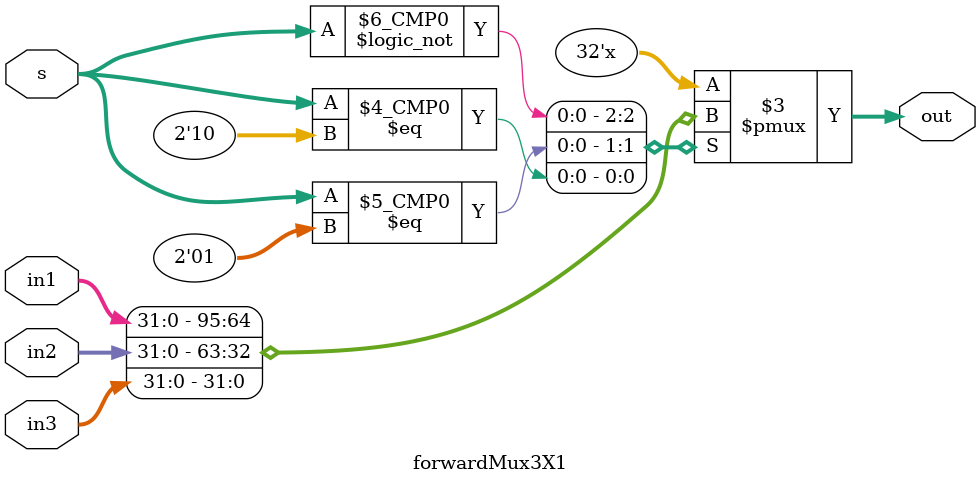
<source format=v>
module forwardMux3X1(in1,in2,in3,s,out);
input [31:0] in1 ,in2,in3;
input [1:0] s;
output reg [31:0]out;

always @(*)
begin 
case (s)
2'b00: out=in1;
2'b01: out=in2;
2'b10: out=in3;




endcase




end





endmodule 
</source>
